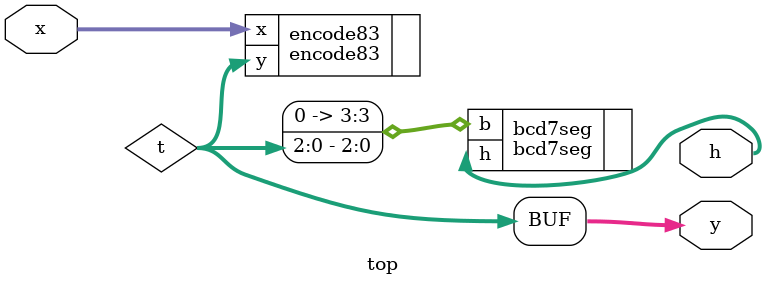
<source format=v>
module top(
    input [7:0] x,
    output reg [3:0] y,
    output reg [6:0] h
);

    wire [3:0] t;
    assign y = t;
    encode83 encode83(.x(x), .y(t));
    bcd7seg bcd7seg(.b({1'b0, t[2:0]}), .h(h));

endmodule
</source>
